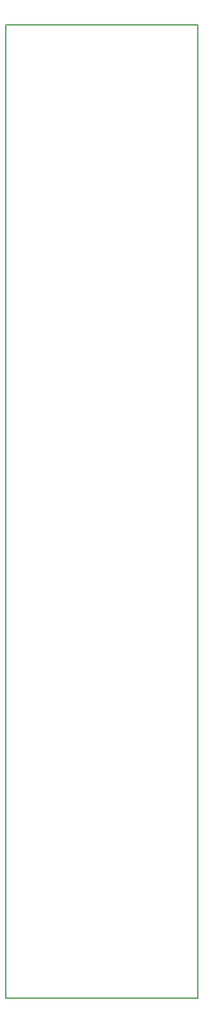
<source format=gm1>
%TF.GenerationSoftware,KiCad,Pcbnew,(7.0.0)*%
%TF.CreationDate,2023-05-15T22:46:06-04:00*%
%TF.ProjectId,clockPCB,636c6f63-6b50-4434-922e-6b696361645f,rev?*%
%TF.SameCoordinates,Original*%
%TF.FileFunction,Profile,NP*%
%FSLAX46Y46*%
G04 Gerber Fmt 4.6, Leading zero omitted, Abs format (unit mm)*
G04 Created by KiCad (PCBNEW (7.0.0)) date 2023-05-15 22:46:06*
%MOMM*%
%LPD*%
G01*
G04 APERTURE LIST*
%TA.AperFunction,Profile*%
%ADD10C,0.200000*%
%TD*%
G04 APERTURE END LIST*
D10*
X121920000Y-16192500D02*
X150114000Y-16192500D01*
X150114000Y-16192500D02*
X150114000Y-158686500D01*
X150114000Y-158686500D02*
X121920000Y-158686500D01*
X121920000Y-158686500D02*
X121920000Y-16192500D01*
M02*

</source>
